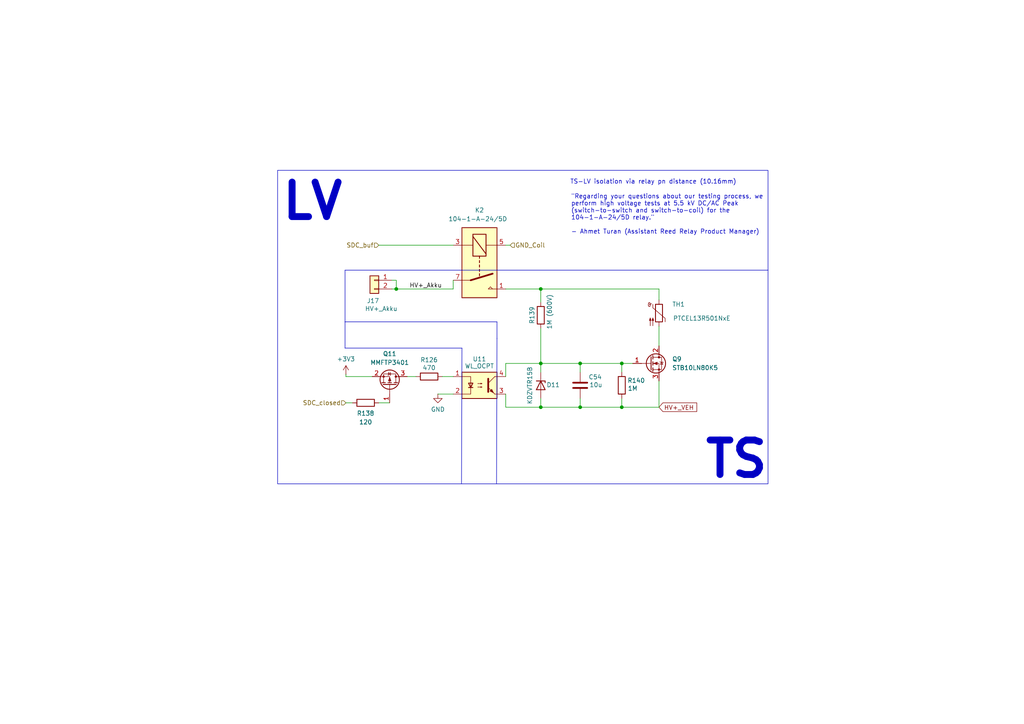
<source format=kicad_sch>
(kicad_sch
	(version 20231120)
	(generator "eeschema")
	(generator_version "8.0")
	(uuid "13e073e0-08f3-43ce-a5c5-b3a3660479c2")
	(paper "A4")
	(lib_symbols
		(symbol "Connector_Generic:Conn_01x02"
			(pin_names
				(offset 1.016) hide)
			(exclude_from_sim no)
			(in_bom yes)
			(on_board yes)
			(property "Reference" "J"
				(at 0 2.54 0)
				(effects
					(font
						(size 1.27 1.27)
					)
				)
			)
			(property "Value" "Conn_01x02"
				(at 0 -5.08 0)
				(effects
					(font
						(size 1.27 1.27)
					)
				)
			)
			(property "Footprint" ""
				(at 0 0 0)
				(effects
					(font
						(size 1.27 1.27)
					)
					(hide yes)
				)
			)
			(property "Datasheet" "~"
				(at 0 0 0)
				(effects
					(font
						(size 1.27 1.27)
					)
					(hide yes)
				)
			)
			(property "Description" "Generic connector, single row, 01x02, script generated (kicad-library-utils/schlib/autogen/connector/)"
				(at 0 0 0)
				(effects
					(font
						(size 1.27 1.27)
					)
					(hide yes)
				)
			)
			(property "ki_keywords" "connector"
				(at 0 0 0)
				(effects
					(font
						(size 1.27 1.27)
					)
					(hide yes)
				)
			)
			(property "ki_fp_filters" "Connector*:*_1x??_*"
				(at 0 0 0)
				(effects
					(font
						(size 1.27 1.27)
					)
					(hide yes)
				)
			)
			(symbol "Conn_01x02_1_1"
				(rectangle
					(start -1.27 -2.413)
					(end 0 -2.667)
					(stroke
						(width 0.1524)
						(type default)
					)
					(fill
						(type none)
					)
				)
				(rectangle
					(start -1.27 0.127)
					(end 0 -0.127)
					(stroke
						(width 0.1524)
						(type default)
					)
					(fill
						(type none)
					)
				)
				(rectangle
					(start -1.27 1.27)
					(end 1.27 -3.81)
					(stroke
						(width 0.254)
						(type default)
					)
					(fill
						(type background)
					)
				)
				(pin passive line
					(at -5.08 0 0)
					(length 3.81)
					(name "Pin_1"
						(effects
							(font
								(size 1.27 1.27)
							)
						)
					)
					(number "1"
						(effects
							(font
								(size 1.27 1.27)
							)
						)
					)
				)
				(pin passive line
					(at -5.08 -2.54 0)
					(length 3.81)
					(name "Pin_2"
						(effects
							(font
								(size 1.27 1.27)
							)
						)
					)
					(number "2"
						(effects
							(font
								(size 1.27 1.27)
							)
						)
					)
				)
			)
		)
		(symbol "Device:C"
			(pin_numbers hide)
			(pin_names
				(offset 0.254)
			)
			(exclude_from_sim no)
			(in_bom yes)
			(on_board yes)
			(property "Reference" "C"
				(at 0.635 2.54 0)
				(effects
					(font
						(size 1.27 1.27)
					)
					(justify left)
				)
			)
			(property "Value" "C"
				(at 0.635 -2.54 0)
				(effects
					(font
						(size 1.27 1.27)
					)
					(justify left)
				)
			)
			(property "Footprint" ""
				(at 0.9652 -3.81 0)
				(effects
					(font
						(size 1.27 1.27)
					)
					(hide yes)
				)
			)
			(property "Datasheet" "~"
				(at 0 0 0)
				(effects
					(font
						(size 1.27 1.27)
					)
					(hide yes)
				)
			)
			(property "Description" "Unpolarized capacitor"
				(at 0 0 0)
				(effects
					(font
						(size 1.27 1.27)
					)
					(hide yes)
				)
			)
			(property "ki_keywords" "cap capacitor"
				(at 0 0 0)
				(effects
					(font
						(size 1.27 1.27)
					)
					(hide yes)
				)
			)
			(property "ki_fp_filters" "C_*"
				(at 0 0 0)
				(effects
					(font
						(size 1.27 1.27)
					)
					(hide yes)
				)
			)
			(symbol "C_0_1"
				(polyline
					(pts
						(xy -2.032 -0.762) (xy 2.032 -0.762)
					)
					(stroke
						(width 0.508)
						(type default)
					)
					(fill
						(type none)
					)
				)
				(polyline
					(pts
						(xy -2.032 0.762) (xy 2.032 0.762)
					)
					(stroke
						(width 0.508)
						(type default)
					)
					(fill
						(type none)
					)
				)
			)
			(symbol "C_1_1"
				(pin passive line
					(at 0 3.81 270)
					(length 2.794)
					(name "~"
						(effects
							(font
								(size 1.27 1.27)
							)
						)
					)
					(number "1"
						(effects
							(font
								(size 1.27 1.27)
							)
						)
					)
				)
				(pin passive line
					(at 0 -3.81 90)
					(length 2.794)
					(name "~"
						(effects
							(font
								(size 1.27 1.27)
							)
						)
					)
					(number "2"
						(effects
							(font
								(size 1.27 1.27)
							)
						)
					)
				)
			)
		)
		(symbol "Device:D_Zener"
			(pin_numbers hide)
			(pin_names
				(offset 1.016) hide)
			(exclude_from_sim no)
			(in_bom yes)
			(on_board yes)
			(property "Reference" "D"
				(at 0 2.54 0)
				(effects
					(font
						(size 1.27 1.27)
					)
				)
			)
			(property "Value" "D_Zener"
				(at 0 -2.54 0)
				(effects
					(font
						(size 1.27 1.27)
					)
				)
			)
			(property "Footprint" ""
				(at 0 0 0)
				(effects
					(font
						(size 1.27 1.27)
					)
					(hide yes)
				)
			)
			(property "Datasheet" "~"
				(at 0 0 0)
				(effects
					(font
						(size 1.27 1.27)
					)
					(hide yes)
				)
			)
			(property "Description" "Zener diode"
				(at 0 0 0)
				(effects
					(font
						(size 1.27 1.27)
					)
					(hide yes)
				)
			)
			(property "ki_keywords" "diode"
				(at 0 0 0)
				(effects
					(font
						(size 1.27 1.27)
					)
					(hide yes)
				)
			)
			(property "ki_fp_filters" "TO-???* *_Diode_* *SingleDiode* D_*"
				(at 0 0 0)
				(effects
					(font
						(size 1.27 1.27)
					)
					(hide yes)
				)
			)
			(symbol "D_Zener_0_1"
				(polyline
					(pts
						(xy 1.27 0) (xy -1.27 0)
					)
					(stroke
						(width 0)
						(type default)
					)
					(fill
						(type none)
					)
				)
				(polyline
					(pts
						(xy -1.27 -1.27) (xy -1.27 1.27) (xy -0.762 1.27)
					)
					(stroke
						(width 0.254)
						(type default)
					)
					(fill
						(type none)
					)
				)
				(polyline
					(pts
						(xy 1.27 -1.27) (xy 1.27 1.27) (xy -1.27 0) (xy 1.27 -1.27)
					)
					(stroke
						(width 0.254)
						(type default)
					)
					(fill
						(type none)
					)
				)
			)
			(symbol "D_Zener_1_1"
				(pin passive line
					(at -3.81 0 0)
					(length 2.54)
					(name "K"
						(effects
							(font
								(size 1.27 1.27)
							)
						)
					)
					(number "1"
						(effects
							(font
								(size 1.27 1.27)
							)
						)
					)
				)
				(pin passive line
					(at 3.81 0 180)
					(length 2.54)
					(name "A"
						(effects
							(font
								(size 1.27 1.27)
							)
						)
					)
					(number "2"
						(effects
							(font
								(size 1.27 1.27)
							)
						)
					)
				)
			)
		)
		(symbol "Device:Q_PMOS_GSD"
			(pin_names
				(offset 0) hide)
			(exclude_from_sim no)
			(in_bom yes)
			(on_board yes)
			(property "Reference" "Q"
				(at 5.08 1.27 0)
				(effects
					(font
						(size 1.27 1.27)
					)
					(justify left)
				)
			)
			(property "Value" "Q_PMOS_GSD"
				(at 5.08 -1.27 0)
				(effects
					(font
						(size 1.27 1.27)
					)
					(justify left)
				)
			)
			(property "Footprint" ""
				(at 5.08 2.54 0)
				(effects
					(font
						(size 1.27 1.27)
					)
					(hide yes)
				)
			)
			(property "Datasheet" "~"
				(at 0 0 0)
				(effects
					(font
						(size 1.27 1.27)
					)
					(hide yes)
				)
			)
			(property "Description" "P-MOSFET transistor, gate/source/drain"
				(at 0 0 0)
				(effects
					(font
						(size 1.27 1.27)
					)
					(hide yes)
				)
			)
			(property "ki_keywords" "transistor PMOS P-MOS P-MOSFET"
				(at 0 0 0)
				(effects
					(font
						(size 1.27 1.27)
					)
					(hide yes)
				)
			)
			(symbol "Q_PMOS_GSD_0_1"
				(polyline
					(pts
						(xy 0.254 0) (xy -2.54 0)
					)
					(stroke
						(width 0)
						(type default)
					)
					(fill
						(type none)
					)
				)
				(polyline
					(pts
						(xy 0.254 1.905) (xy 0.254 -1.905)
					)
					(stroke
						(width 0.254)
						(type default)
					)
					(fill
						(type none)
					)
				)
				(polyline
					(pts
						(xy 0.762 -1.27) (xy 0.762 -2.286)
					)
					(stroke
						(width 0.254)
						(type default)
					)
					(fill
						(type none)
					)
				)
				(polyline
					(pts
						(xy 0.762 0.508) (xy 0.762 -0.508)
					)
					(stroke
						(width 0.254)
						(type default)
					)
					(fill
						(type none)
					)
				)
				(polyline
					(pts
						(xy 0.762 2.286) (xy 0.762 1.27)
					)
					(stroke
						(width 0.254)
						(type default)
					)
					(fill
						(type none)
					)
				)
				(polyline
					(pts
						(xy 2.54 2.54) (xy 2.54 1.778)
					)
					(stroke
						(width 0)
						(type default)
					)
					(fill
						(type none)
					)
				)
				(polyline
					(pts
						(xy 2.54 -2.54) (xy 2.54 0) (xy 0.762 0)
					)
					(stroke
						(width 0)
						(type default)
					)
					(fill
						(type none)
					)
				)
				(polyline
					(pts
						(xy 0.762 1.778) (xy 3.302 1.778) (xy 3.302 -1.778) (xy 0.762 -1.778)
					)
					(stroke
						(width 0)
						(type default)
					)
					(fill
						(type none)
					)
				)
				(polyline
					(pts
						(xy 2.286 0) (xy 1.27 0.381) (xy 1.27 -0.381) (xy 2.286 0)
					)
					(stroke
						(width 0)
						(type default)
					)
					(fill
						(type outline)
					)
				)
				(polyline
					(pts
						(xy 2.794 -0.508) (xy 2.921 -0.381) (xy 3.683 -0.381) (xy 3.81 -0.254)
					)
					(stroke
						(width 0)
						(type default)
					)
					(fill
						(type none)
					)
				)
				(polyline
					(pts
						(xy 3.302 -0.381) (xy 2.921 0.254) (xy 3.683 0.254) (xy 3.302 -0.381)
					)
					(stroke
						(width 0)
						(type default)
					)
					(fill
						(type none)
					)
				)
				(circle
					(center 1.651 0)
					(radius 2.794)
					(stroke
						(width 0.254)
						(type default)
					)
					(fill
						(type none)
					)
				)
				(circle
					(center 2.54 -1.778)
					(radius 0.254)
					(stroke
						(width 0)
						(type default)
					)
					(fill
						(type outline)
					)
				)
				(circle
					(center 2.54 1.778)
					(radius 0.254)
					(stroke
						(width 0)
						(type default)
					)
					(fill
						(type outline)
					)
				)
			)
			(symbol "Q_PMOS_GSD_1_1"
				(pin input line
					(at -5.08 0 0)
					(length 2.54)
					(name "G"
						(effects
							(font
								(size 1.27 1.27)
							)
						)
					)
					(number "1"
						(effects
							(font
								(size 1.27 1.27)
							)
						)
					)
				)
				(pin passive line
					(at 2.54 -5.08 90)
					(length 2.54)
					(name "S"
						(effects
							(font
								(size 1.27 1.27)
							)
						)
					)
					(number "2"
						(effects
							(font
								(size 1.27 1.27)
							)
						)
					)
				)
				(pin passive line
					(at 2.54 5.08 270)
					(length 2.54)
					(name "D"
						(effects
							(font
								(size 1.27 1.27)
							)
						)
					)
					(number "3"
						(effects
							(font
								(size 1.27 1.27)
							)
						)
					)
				)
			)
		)
		(symbol "Device:R"
			(pin_numbers hide)
			(pin_names
				(offset 0)
			)
			(exclude_from_sim no)
			(in_bom yes)
			(on_board yes)
			(property "Reference" "R"
				(at 2.032 0 90)
				(effects
					(font
						(size 1.27 1.27)
					)
				)
			)
			(property "Value" "R"
				(at 0 0 90)
				(effects
					(font
						(size 1.27 1.27)
					)
				)
			)
			(property "Footprint" ""
				(at -1.778 0 90)
				(effects
					(font
						(size 1.27 1.27)
					)
					(hide yes)
				)
			)
			(property "Datasheet" "~"
				(at 0 0 0)
				(effects
					(font
						(size 1.27 1.27)
					)
					(hide yes)
				)
			)
			(property "Description" "Resistor"
				(at 0 0 0)
				(effects
					(font
						(size 1.27 1.27)
					)
					(hide yes)
				)
			)
			(property "ki_keywords" "R res resistor"
				(at 0 0 0)
				(effects
					(font
						(size 1.27 1.27)
					)
					(hide yes)
				)
			)
			(property "ki_fp_filters" "R_*"
				(at 0 0 0)
				(effects
					(font
						(size 1.27 1.27)
					)
					(hide yes)
				)
			)
			(symbol "R_0_1"
				(rectangle
					(start -1.016 -2.54)
					(end 1.016 2.54)
					(stroke
						(width 0.254)
						(type default)
					)
					(fill
						(type none)
					)
				)
			)
			(symbol "R_1_1"
				(pin passive line
					(at 0 3.81 270)
					(length 1.27)
					(name "~"
						(effects
							(font
								(size 1.27 1.27)
							)
						)
					)
					(number "1"
						(effects
							(font
								(size 1.27 1.27)
							)
						)
					)
				)
				(pin passive line
					(at 0 -3.81 90)
					(length 1.27)
					(name "~"
						(effects
							(font
								(size 1.27 1.27)
							)
						)
					)
					(number "2"
						(effects
							(font
								(size 1.27 1.27)
							)
						)
					)
				)
			)
		)
		(symbol "Device:Thermistor_PTC"
			(pin_numbers hide)
			(pin_names
				(offset 0)
			)
			(exclude_from_sim no)
			(in_bom yes)
			(on_board yes)
			(property "Reference" "TH"
				(at -4.064 0 90)
				(effects
					(font
						(size 1.27 1.27)
					)
				)
			)
			(property "Value" "Thermistor_PTC"
				(at 3.048 0 90)
				(effects
					(font
						(size 1.27 1.27)
					)
				)
			)
			(property "Footprint" ""
				(at 1.27 -5.08 0)
				(effects
					(font
						(size 1.27 1.27)
					)
					(justify left)
					(hide yes)
				)
			)
			(property "Datasheet" "~"
				(at 0 0 0)
				(effects
					(font
						(size 1.27 1.27)
					)
					(hide yes)
				)
			)
			(property "Description" "Temperature dependent resistor, positive temperature coefficient"
				(at 0 0 0)
				(effects
					(font
						(size 1.27 1.27)
					)
					(hide yes)
				)
			)
			(property "ki_keywords" "resistor PTC thermistor sensor RTD"
				(at 0 0 0)
				(effects
					(font
						(size 1.27 1.27)
					)
					(hide yes)
				)
			)
			(property "ki_fp_filters" "*PTC* *Thermistor* PIN?ARRAY* bornier* *Terminal?Block* R_*"
				(at 0 0 0)
				(effects
					(font
						(size 1.27 1.27)
					)
					(hide yes)
				)
			)
			(symbol "Thermistor_PTC_0_1"
				(arc
					(start -3.048 2.159)
					(mid -3.0495 2.3143)
					(end -3.175 2.413)
					(stroke
						(width 0)
						(type default)
					)
					(fill
						(type none)
					)
				)
				(arc
					(start -3.048 2.159)
					(mid -2.9736 1.9794)
					(end -2.794 1.905)
					(stroke
						(width 0)
						(type default)
					)
					(fill
						(type none)
					)
				)
				(arc
					(start -3.048 2.794)
					(mid -2.9736 2.6144)
					(end -2.794 2.54)
					(stroke
						(width 0)
						(type default)
					)
					(fill
						(type none)
					)
				)
				(arc
					(start -2.794 1.905)
					(mid -2.6144 1.9794)
					(end -2.54 2.159)
					(stroke
						(width 0)
						(type default)
					)
					(fill
						(type none)
					)
				)
				(arc
					(start -2.794 2.54)
					(mid -2.4393 2.5587)
					(end -2.159 2.794)
					(stroke
						(width 0)
						(type default)
					)
					(fill
						(type none)
					)
				)
				(arc
					(start -2.794 3.048)
					(mid -2.9736 2.9736)
					(end -3.048 2.794)
					(stroke
						(width 0)
						(type default)
					)
					(fill
						(type none)
					)
				)
				(arc
					(start -2.54 2.794)
					(mid -2.6144 2.9736)
					(end -2.794 3.048)
					(stroke
						(width 0)
						(type default)
					)
					(fill
						(type none)
					)
				)
				(rectangle
					(start -1.016 2.54)
					(end 1.016 -2.54)
					(stroke
						(width 0.254)
						(type default)
					)
					(fill
						(type none)
					)
				)
				(polyline
					(pts
						(xy -2.54 2.159) (xy -2.54 2.794)
					)
					(stroke
						(width 0)
						(type default)
					)
					(fill
						(type none)
					)
				)
				(polyline
					(pts
						(xy -1.778 2.54) (xy -1.778 1.524) (xy 1.778 -1.524) (xy 1.778 -2.54)
					)
					(stroke
						(width 0)
						(type default)
					)
					(fill
						(type none)
					)
				)
				(polyline
					(pts
						(xy -2.54 -3.683) (xy -2.54 -1.397) (xy -2.794 -2.159) (xy -2.286 -2.159) (xy -2.54 -1.397) (xy -2.54 -1.651)
					)
					(stroke
						(width 0)
						(type default)
					)
					(fill
						(type outline)
					)
				)
				(polyline
					(pts
						(xy -1.778 -3.683) (xy -1.778 -1.397) (xy -2.032 -2.159) (xy -1.524 -2.159) (xy -1.778 -1.397)
						(xy -1.778 -1.651)
					)
					(stroke
						(width 0)
						(type default)
					)
					(fill
						(type outline)
					)
				)
			)
			(symbol "Thermistor_PTC_1_1"
				(pin passive line
					(at 0 3.81 270)
					(length 1.27)
					(name "~"
						(effects
							(font
								(size 1.27 1.27)
							)
						)
					)
					(number "1"
						(effects
							(font
								(size 1.27 1.27)
							)
						)
					)
				)
				(pin passive line
					(at 0 -3.81 90)
					(length 1.27)
					(name "~"
						(effects
							(font
								(size 1.27 1.27)
							)
						)
					)
					(number "2"
						(effects
							(font
								(size 1.27 1.27)
							)
						)
					)
				)
			)
		)
		(symbol "Isolator:FODM217A"
			(exclude_from_sim no)
			(in_bom yes)
			(on_board yes)
			(property "Reference" "U4"
				(at 1.27 7.62 0)
				(effects
					(font
						(size 1.27 1.27)
					)
				)
			)
			(property "Value" "WL_OCDA"
				(at 1.27 5.588 0)
				(effects
					(font
						(size 1.27 1.27)
					)
				)
			)
			(property "Footprint" "Package_SO:SOP-4_4.4x2.6mm_P1.27mm"
				(at 0 -5.08 0)
				(effects
					(font
						(size 1.27 1.27)
						(italic yes)
					)
					(hide yes)
				)
			)
			(property "Datasheet" ""
				(at 0 0 0)
				(effects
					(font
						(size 1.27 1.27)
					)
					(justify left)
					(hide yes)
				)
			)
			(property "Description" "141352145000"
				(at 0 0 0)
				(effects
					(font
						(size 1.27 1.27)
					)
					(hide yes)
				)
			)
			(property "ki_keywords" "DC Phototransistor Optocoupler"
				(at 0 0 0)
				(effects
					(font
						(size 1.27 1.27)
					)
					(hide yes)
				)
			)
			(property "ki_fp_filters" "SOP*4.4x2.6mm*P1.27mm*"
				(at 0 0 0)
				(effects
					(font
						(size 1.27 1.27)
					)
					(hide yes)
				)
			)
			(symbol "FODM217A_0_1"
				(rectangle
					(start -5.08 3.81)
					(end 5.08 -3.81)
					(stroke
						(width 0.254)
						(type default)
					)
					(fill
						(type background)
					)
				)
				(polyline
					(pts
						(xy -3.175 -0.635) (xy -1.905 -0.635)
					)
					(stroke
						(width 0.254)
						(type default)
					)
					(fill
						(type none)
					)
				)
				(polyline
					(pts
						(xy 2.54 0.635) (xy 4.445 2.54)
					)
					(stroke
						(width 0)
						(type default)
					)
					(fill
						(type none)
					)
				)
				(polyline
					(pts
						(xy 4.445 -2.54) (xy 2.54 -0.635)
					)
					(stroke
						(width 0)
						(type default)
					)
					(fill
						(type outline)
					)
				)
				(polyline
					(pts
						(xy 4.445 -2.54) (xy 5.08 -2.54)
					)
					(stroke
						(width 0)
						(type default)
					)
					(fill
						(type none)
					)
				)
				(polyline
					(pts
						(xy 4.445 2.54) (xy 5.08 2.54)
					)
					(stroke
						(width 0)
						(type default)
					)
					(fill
						(type none)
					)
				)
				(polyline
					(pts
						(xy -5.08 2.54) (xy -2.54 2.54) (xy -2.54 -0.635)
					)
					(stroke
						(width 0)
						(type default)
					)
					(fill
						(type none)
					)
				)
				(polyline
					(pts
						(xy -2.54 -0.635) (xy -2.54 -2.54) (xy -5.08 -2.54)
					)
					(stroke
						(width 0)
						(type default)
					)
					(fill
						(type none)
					)
				)
				(polyline
					(pts
						(xy 2.54 1.905) (xy 2.54 -1.905) (xy 2.54 -1.905)
					)
					(stroke
						(width 0.508)
						(type default)
					)
					(fill
						(type none)
					)
				)
				(polyline
					(pts
						(xy -2.54 -0.635) (xy -3.175 0.635) (xy -1.905 0.635) (xy -2.54 -0.635)
					)
					(stroke
						(width 0.254)
						(type default)
					)
					(fill
						(type none)
					)
				)
				(polyline
					(pts
						(xy -0.508 -0.508) (xy 0.762 -0.508) (xy 0.381 -0.635) (xy 0.381 -0.381) (xy 0.762 -0.508)
					)
					(stroke
						(width 0)
						(type default)
					)
					(fill
						(type none)
					)
				)
				(polyline
					(pts
						(xy -0.508 0.508) (xy 0.762 0.508) (xy 0.381 0.381) (xy 0.381 0.635) (xy 0.762 0.508)
					)
					(stroke
						(width 0)
						(type default)
					)
					(fill
						(type none)
					)
				)
				(polyline
					(pts
						(xy 3.048 -1.651) (xy 3.556 -1.143) (xy 4.064 -2.159) (xy 3.048 -1.651) (xy 3.048 -1.651)
					)
					(stroke
						(width 0)
						(type default)
					)
					(fill
						(type outline)
					)
				)
			)
			(symbol "FODM217A_1_1"
				(pin passive line
					(at -7.62 2.54 0)
					(length 2.54)
					(name "~"
						(effects
							(font
								(size 1.27 1.27)
							)
						)
					)
					(number "1"
						(effects
							(font
								(size 1.27 1.27)
							)
						)
					)
				)
				(pin passive line
					(at -7.62 -2.54 0)
					(length 2.54)
					(name "~"
						(effects
							(font
								(size 1.27 1.27)
							)
						)
					)
					(number "2"
						(effects
							(font
								(size 1.27 1.27)
							)
						)
					)
				)
				(pin passive line
					(at 7.62 -2.54 180)
					(length 2.54)
					(name "~"
						(effects
							(font
								(size 1.27 1.27)
							)
						)
					)
					(number "3"
						(effects
							(font
								(size 1.27 1.27)
							)
						)
					)
				)
				(pin passive line
					(at 7.62 2.54 180)
					(length 2.54)
					(name "~"
						(effects
							(font
								(size 1.27 1.27)
							)
						)
					)
					(number "4"
						(effects
							(font
								(size 1.27 1.27)
							)
						)
					)
				)
			)
		)
		(symbol "Relay:Relay_SPST-NO"
			(exclude_from_sim no)
			(in_bom yes)
			(on_board yes)
			(property "Reference" "K2"
				(at -15.24 0 90)
				(effects
					(font
						(size 1.27 1.27)
					)
				)
			)
			(property "Value" "104-2-A-24/1D "
				(at -12.7 0 90)
				(effects
					(font
						(size 1.27 1.27)
					)
				)
			)
			(property "Footprint" "104-2-A-24_1D:1042A122D"
				(at 11.43 -1.27 0)
				(effects
					(font
						(size 1.27 1.27)
					)
					(justify left)
					(hide yes)
				)
			)
			(property "Datasheet" "https://www.pickeringrelay.com/pdfs/104-high-voltage-sil-reed-relays.pdf"
				(at 0 0 0)
				(effects
					(font
						(size 1.27 1.27)
					)
					(hide yes)
				)
			)
			(property "Description" "Relay SPST, Normally Open, EN50005"
				(at 0 0 0)
				(effects
					(font
						(size 1.27 1.27)
					)
					(hide yes)
				)
			)
			(property "ki_keywords" "Single Pole Relay SPST NO"
				(at 0 0 0)
				(effects
					(font
						(size 1.27 1.27)
					)
					(hide yes)
				)
			)
			(property "ki_fp_filters" "Relay?SPST*"
				(at 0 0 0)
				(effects
					(font
						(size 1.27 1.27)
					)
					(hide yes)
				)
			)
			(symbol "Relay_SPST-NO_0_0"
				(polyline
					(pts
						(xy 7.62 5.08) (xy 7.62 2.54) (xy 6.985 3.175) (xy 7.62 3.81)
					)
					(stroke
						(width 0)
						(type default)
					)
					(fill
						(type none)
					)
				)
			)
			(symbol "Relay_SPST-NO_0_1"
				(rectangle
					(start -10.16 5.08)
					(end 10.16 -5.08)
					(stroke
						(width 0.254)
						(type default)
					)
					(fill
						(type background)
					)
				)
				(rectangle
					(start -8.255 1.905)
					(end -1.905 -1.905)
					(stroke
						(width 0.254)
						(type default)
					)
					(fill
						(type none)
					)
				)
				(polyline
					(pts
						(xy -7.62 -1.905) (xy -2.54 1.905)
					)
					(stroke
						(width 0.254)
						(type default)
					)
					(fill
						(type none)
					)
				)
				(polyline
					(pts
						(xy -5.08 -5.08) (xy -5.08 -1.905)
					)
					(stroke
						(width 0)
						(type default)
					)
					(fill
						(type none)
					)
				)
				(polyline
					(pts
						(xy -5.08 5.08) (xy -5.08 1.905)
					)
					(stroke
						(width 0)
						(type default)
					)
					(fill
						(type none)
					)
				)
				(polyline
					(pts
						(xy -1.905 0) (xy -1.27 0)
					)
					(stroke
						(width 0.254)
						(type default)
					)
					(fill
						(type none)
					)
				)
				(polyline
					(pts
						(xy -0.635 0) (xy 0 0)
					)
					(stroke
						(width 0.254)
						(type default)
					)
					(fill
						(type none)
					)
				)
				(polyline
					(pts
						(xy 0.635 0) (xy 1.27 0)
					)
					(stroke
						(width 0.254)
						(type default)
					)
					(fill
						(type none)
					)
				)
				(polyline
					(pts
						(xy 1.905 0) (xy 2.54 0)
					)
					(stroke
						(width 0.254)
						(type default)
					)
					(fill
						(type none)
					)
				)
				(polyline
					(pts
						(xy 3.175 0) (xy 3.81 0)
					)
					(stroke
						(width 0.254)
						(type default)
					)
					(fill
						(type none)
					)
				)
				(polyline
					(pts
						(xy 5.08 -2.54) (xy 3.175 3.81)
					)
					(stroke
						(width 0.508)
						(type default)
					)
					(fill
						(type none)
					)
				)
				(polyline
					(pts
						(xy 5.08 -2.54) (xy 5.08 -5.08)
					)
					(stroke
						(width 0)
						(type default)
					)
					(fill
						(type none)
					)
				)
			)
			(symbol "Relay_SPST-NO_1_1"
				(pin passive line
					(at 7.62 7.62 270)
					(length 2.54)
					(name "~"
						(effects
							(font
								(size 1.27 1.27)
							)
						)
					)
					(number "1"
						(effects
							(font
								(size 1.27 1.27)
							)
						)
					)
				)
				(pin passive line
					(at -5.08 -7.62 90)
					(length 2.54)
					(name "~"
						(effects
							(font
								(size 1.27 1.27)
							)
						)
					)
					(number "3"
						(effects
							(font
								(size 1.27 1.27)
							)
						)
					)
				)
				(pin passive line
					(at -5.08 7.62 270)
					(length 2.54)
					(name "~"
						(effects
							(font
								(size 1.27 1.27)
							)
						)
					)
					(number "5"
						(effects
							(font
								(size 1.27 1.27)
							)
						)
					)
				)
				(pin passive line
					(at 5.08 -7.62 90)
					(length 2.54)
					(name "~"
						(effects
							(font
								(size 1.27 1.27)
							)
						)
					)
					(number "7"
						(effects
							(font
								(size 1.27 1.27)
							)
						)
					)
				)
			)
		)
		(symbol "Transistor_FET:STB15N80K5"
			(pin_names hide)
			(exclude_from_sim no)
			(in_bom yes)
			(on_board yes)
			(property "Reference" "Q"
				(at 5.08 1.905 0)
				(effects
					(font
						(size 1.27 1.27)
					)
					(justify left)
				)
			)
			(property "Value" "STB15N80K5"
				(at 5.08 0 0)
				(effects
					(font
						(size 1.27 1.27)
					)
					(justify left)
				)
			)
			(property "Footprint" "Package_TO_SOT_SMD:TO-263-2"
				(at 5.08 -1.905 0)
				(effects
					(font
						(size 1.27 1.27)
						(italic yes)
					)
					(justify left)
					(hide yes)
				)
			)
			(property "Datasheet" "https://www.st.com/resource/en/datasheet/stb15n80k5.pdf"
				(at 5.08 -3.81 0)
				(effects
					(font
						(size 1.27 1.27)
					)
					(justify left)
					(hide yes)
				)
			)
			(property "Description" "14A Id, 800V Vds, N-Channel MOSFET, 375mOhm Ron, D2PAK"
				(at 0 0 0)
				(effects
					(font
						(size 1.27 1.27)
					)
					(hide yes)
				)
			)
			(property "ki_keywords" "N-Channel MOSFET"
				(at 0 0 0)
				(effects
					(font
						(size 1.27 1.27)
					)
					(hide yes)
				)
			)
			(property "ki_fp_filters" "TO?263*"
				(at 0 0 0)
				(effects
					(font
						(size 1.27 1.27)
					)
					(hide yes)
				)
			)
			(symbol "STB15N80K5_0_1"
				(polyline
					(pts
						(xy 0.254 0) (xy -2.54 0)
					)
					(stroke
						(width 0)
						(type default)
					)
					(fill
						(type none)
					)
				)
				(polyline
					(pts
						(xy 0.254 1.905) (xy 0.254 -1.905)
					)
					(stroke
						(width 0.254)
						(type default)
					)
					(fill
						(type none)
					)
				)
				(polyline
					(pts
						(xy 0.762 -1.27) (xy 0.762 -2.286)
					)
					(stroke
						(width 0.254)
						(type default)
					)
					(fill
						(type none)
					)
				)
				(polyline
					(pts
						(xy 0.762 0.508) (xy 0.762 -0.508)
					)
					(stroke
						(width 0.254)
						(type default)
					)
					(fill
						(type none)
					)
				)
				(polyline
					(pts
						(xy 0.762 2.286) (xy 0.762 1.27)
					)
					(stroke
						(width 0.254)
						(type default)
					)
					(fill
						(type none)
					)
				)
				(polyline
					(pts
						(xy 2.54 2.54) (xy 2.54 1.778)
					)
					(stroke
						(width 0)
						(type default)
					)
					(fill
						(type none)
					)
				)
				(polyline
					(pts
						(xy 2.54 -2.54) (xy 2.54 0) (xy 0.762 0)
					)
					(stroke
						(width 0)
						(type default)
					)
					(fill
						(type none)
					)
				)
				(polyline
					(pts
						(xy 0.762 -1.778) (xy 3.302 -1.778) (xy 3.302 1.778) (xy 0.762 1.778)
					)
					(stroke
						(width 0)
						(type default)
					)
					(fill
						(type none)
					)
				)
				(polyline
					(pts
						(xy 1.016 0) (xy 2.032 0.381) (xy 2.032 -0.381) (xy 1.016 0)
					)
					(stroke
						(width 0)
						(type default)
					)
					(fill
						(type outline)
					)
				)
				(polyline
					(pts
						(xy 2.794 0.508) (xy 2.921 0.381) (xy 3.683 0.381) (xy 3.81 0.254)
					)
					(stroke
						(width 0)
						(type default)
					)
					(fill
						(type none)
					)
				)
				(polyline
					(pts
						(xy 3.302 0.381) (xy 2.921 -0.254) (xy 3.683 -0.254) (xy 3.302 0.381)
					)
					(stroke
						(width 0)
						(type default)
					)
					(fill
						(type none)
					)
				)
				(circle
					(center 1.651 0)
					(radius 2.794)
					(stroke
						(width 0.254)
						(type default)
					)
					(fill
						(type none)
					)
				)
				(circle
					(center 2.54 -1.778)
					(radius 0.254)
					(stroke
						(width 0)
						(type default)
					)
					(fill
						(type outline)
					)
				)
				(circle
					(center 2.54 1.778)
					(radius 0.254)
					(stroke
						(width 0)
						(type default)
					)
					(fill
						(type outline)
					)
				)
			)
			(symbol "STB15N80K5_1_1"
				(pin passive line
					(at -5.08 0 0)
					(length 2.54)
					(name "G"
						(effects
							(font
								(size 1.27 1.27)
							)
						)
					)
					(number "1"
						(effects
							(font
								(size 1.27 1.27)
							)
						)
					)
				)
				(pin passive line
					(at 2.54 5.08 270)
					(length 2.54)
					(name "D"
						(effects
							(font
								(size 1.27 1.27)
							)
						)
					)
					(number "2"
						(effects
							(font
								(size 1.27 1.27)
							)
						)
					)
				)
				(pin passive line
					(at 2.54 -5.08 90)
					(length 2.54)
					(name "S"
						(effects
							(font
								(size 1.27 1.27)
							)
						)
					)
					(number "3"
						(effects
							(font
								(size 1.27 1.27)
							)
						)
					)
				)
			)
		)
		(symbol "power:+3V3"
			(power)
			(pin_numbers hide)
			(pin_names
				(offset 0) hide)
			(exclude_from_sim no)
			(in_bom yes)
			(on_board yes)
			(property "Reference" "#PWR"
				(at 0 -3.81 0)
				(effects
					(font
						(size 1.27 1.27)
					)
					(hide yes)
				)
			)
			(property "Value" "+3V3"
				(at 0 3.556 0)
				(effects
					(font
						(size 1.27 1.27)
					)
				)
			)
			(property "Footprint" ""
				(at 0 0 0)
				(effects
					(font
						(size 1.27 1.27)
					)
					(hide yes)
				)
			)
			(property "Datasheet" ""
				(at 0 0 0)
				(effects
					(font
						(size 1.27 1.27)
					)
					(hide yes)
				)
			)
			(property "Description" "Power symbol creates a global label with name \"+3V3\""
				(at 0 0 0)
				(effects
					(font
						(size 1.27 1.27)
					)
					(hide yes)
				)
			)
			(property "ki_keywords" "global power"
				(at 0 0 0)
				(effects
					(font
						(size 1.27 1.27)
					)
					(hide yes)
				)
			)
			(symbol "+3V3_0_1"
				(polyline
					(pts
						(xy -0.762 1.27) (xy 0 2.54)
					)
					(stroke
						(width 0)
						(type default)
					)
					(fill
						(type none)
					)
				)
				(polyline
					(pts
						(xy 0 0) (xy 0 2.54)
					)
					(stroke
						(width 0)
						(type default)
					)
					(fill
						(type none)
					)
				)
				(polyline
					(pts
						(xy 0 2.54) (xy 0.762 1.27)
					)
					(stroke
						(width 0)
						(type default)
					)
					(fill
						(type none)
					)
				)
			)
			(symbol "+3V3_1_1"
				(pin power_in line
					(at 0 0 90)
					(length 0)
					(name "~"
						(effects
							(font
								(size 1.27 1.27)
							)
						)
					)
					(number "1"
						(effects
							(font
								(size 1.27 1.27)
							)
						)
					)
				)
			)
		)
		(symbol "power:GND"
			(power)
			(pin_numbers hide)
			(pin_names
				(offset 0) hide)
			(exclude_from_sim no)
			(in_bom yes)
			(on_board yes)
			(property "Reference" "#PWR"
				(at 0 -6.35 0)
				(effects
					(font
						(size 1.27 1.27)
					)
					(hide yes)
				)
			)
			(property "Value" "GND"
				(at 0 -3.81 0)
				(effects
					(font
						(size 1.27 1.27)
					)
				)
			)
			(property "Footprint" ""
				(at 0 0 0)
				(effects
					(font
						(size 1.27 1.27)
					)
					(hide yes)
				)
			)
			(property "Datasheet" ""
				(at 0 0 0)
				(effects
					(font
						(size 1.27 1.27)
					)
					(hide yes)
				)
			)
			(property "Description" "Power symbol creates a global label with name \"GND\" , ground"
				(at 0 0 0)
				(effects
					(font
						(size 1.27 1.27)
					)
					(hide yes)
				)
			)
			(property "ki_keywords" "global power"
				(at 0 0 0)
				(effects
					(font
						(size 1.27 1.27)
					)
					(hide yes)
				)
			)
			(symbol "GND_0_1"
				(polyline
					(pts
						(xy 0 0) (xy 0 -1.27) (xy 1.27 -1.27) (xy 0 -2.54) (xy -1.27 -1.27) (xy 0 -1.27)
					)
					(stroke
						(width 0)
						(type default)
					)
					(fill
						(type none)
					)
				)
			)
			(symbol "GND_1_1"
				(pin power_in line
					(at 0 0 270)
					(length 0)
					(name "~"
						(effects
							(font
								(size 1.27 1.27)
							)
						)
					)
					(number "1"
						(effects
							(font
								(size 1.27 1.27)
							)
						)
					)
				)
			)
		)
	)
	(junction
		(at 180.34 118.11)
		(diameter 0)
		(color 0 0 0 0)
		(uuid "3dbcd1f7-cab8-4b17-b9b1-292d82bbd200")
	)
	(junction
		(at 156.845 118.11)
		(diameter 0)
		(color 0 0 0 0)
		(uuid "46531e1a-bdd5-41a7-8f23-684e19d65934")
	)
	(junction
		(at 114.935 83.82)
		(diameter 0)
		(color 0 0 0 0)
		(uuid "69126a6c-e8f2-4642-8ec4-253f40d4767e")
	)
	(junction
		(at 156.845 105.41)
		(diameter 0)
		(color 0 0 0 0)
		(uuid "8a3ade5b-770f-4493-9fd9-a08b40e0beab")
	)
	(junction
		(at 168.275 105.41)
		(diameter 0)
		(color 0 0 0 0)
		(uuid "91744895-41af-4831-b47d-b4b860b19d65")
	)
	(junction
		(at 180.34 105.41)
		(diameter 0)
		(color 0 0 0 0)
		(uuid "9f696f8c-4a1b-4fa2-bcfb-3d8ab899a9dc")
	)
	(junction
		(at 156.845 83.82)
		(diameter 0)
		(color 0 0 0 0)
		(uuid "a5fcc108-7dc8-4be1-9b6d-f2f3c2c67209")
	)
	(junction
		(at 168.275 118.11)
		(diameter 0)
		(color 0 0 0 0)
		(uuid "aa11f6ca-e8c8-4758-99cd-70230615c32f")
	)
	(wire
		(pts
			(xy 191.135 94.615) (xy 191.135 100.33)
		)
		(stroke
			(width 0)
			(type default)
		)
		(uuid "0aee1144-2e02-44b4-96c5-8dffa94d6bd9")
	)
	(wire
		(pts
			(xy 114.935 83.82) (xy 131.445 83.82)
		)
		(stroke
			(width 0)
			(type default)
		)
		(uuid "0c0d2e09-8716-4761-9d55-4fa087676277")
	)
	(wire
		(pts
			(xy 168.275 118.11) (xy 180.34 118.11)
		)
		(stroke
			(width 0)
			(type default)
		)
		(uuid "11cd3966-2715-4663-8e83-e0f4ab2fbd53")
	)
	(wire
		(pts
			(xy 168.275 105.41) (xy 180.34 105.41)
		)
		(stroke
			(width 0)
			(type default)
		)
		(uuid "188a7d13-480a-4bf3-b53c-806c85da4d84")
	)
	(wire
		(pts
			(xy 114.935 81.28) (xy 114.935 83.82)
		)
		(stroke
			(width 0)
			(type default)
		)
		(uuid "23dc4324-5ceb-4b81-8666-ce60ce4e4852")
	)
	(wire
		(pts
			(xy 168.275 105.41) (xy 168.275 107.95)
		)
		(stroke
			(width 0)
			(type default)
		)
		(uuid "2df9f9ee-1255-4532-b37d-057fba8f308c")
	)
	(polyline
		(pts
			(xy 100.076 93.345) (xy 144.145 93.345)
		)
		(stroke
			(width 0)
			(type default)
		)
		(uuid "321acafe-3573-4299-8869-ed89606ad628")
	)
	(wire
		(pts
			(xy 180.34 105.41) (xy 180.34 107.95)
		)
		(stroke
			(width 0)
			(type default)
		)
		(uuid "38f200ac-dcb1-45e1-87fc-4de3de0c48fd")
	)
	(wire
		(pts
			(xy 156.845 83.82) (xy 191.135 83.82)
		)
		(stroke
			(width 0)
			(type default)
		)
		(uuid "3df13b28-3e20-47d9-88da-ef18b2b18b64")
	)
	(polyline
		(pts
			(xy 144.145 93.345) (xy 144.145 98.171)
		)
		(stroke
			(width 0)
			(type default)
		)
		(uuid "45402191-42fa-4634-b74c-9c15fccaffe9")
	)
	(wire
		(pts
			(xy 146.685 83.82) (xy 156.845 83.82)
		)
		(stroke
			(width 0)
			(type default)
		)
		(uuid "47883bfe-b59a-480c-b612-adbae2070ec5")
	)
	(polyline
		(pts
			(xy 133.985 100.965) (xy 133.858 140.335)
		)
		(stroke
			(width 0)
			(type default)
		)
		(uuid "4bbac1db-540d-4610-ac88-665ebd88af5f")
	)
	(wire
		(pts
			(xy 100.33 109.22) (xy 107.95 109.22)
		)
		(stroke
			(width 0)
			(type default)
		)
		(uuid "4e2567a5-e12e-46ad-b4eb-c75fc2843216")
	)
	(polyline
		(pts
			(xy 100.076 78.359) (xy 222.758 78.359)
		)
		(stroke
			(width 0)
			(type default)
		)
		(uuid "5f95c404-bf5b-4662-870c-4347ee10ac5f")
	)
	(wire
		(pts
			(xy 156.845 105.41) (xy 168.275 105.41)
		)
		(stroke
			(width 0)
			(type default)
		)
		(uuid "649f3ea8-87c5-44ff-9fe8-2507ae918646")
	)
	(wire
		(pts
			(xy 156.845 118.11) (xy 168.275 118.11)
		)
		(stroke
			(width 0)
			(type default)
		)
		(uuid "65c93360-b3bd-4344-ad0b-21d4300033a3")
	)
	(wire
		(pts
			(xy 156.845 105.41) (xy 156.845 107.95)
		)
		(stroke
			(width 0)
			(type default)
		)
		(uuid "71e5a1f0-e80e-4206-bf9b-fb236ed56a8d")
	)
	(wire
		(pts
			(xy 180.34 118.11) (xy 191.135 118.11)
		)
		(stroke
			(width 0)
			(type default)
		)
		(uuid "77524435-973d-41c6-80fe-170bcdca451a")
	)
	(wire
		(pts
			(xy 168.275 115.57) (xy 168.275 118.11)
		)
		(stroke
			(width 0)
			(type default)
		)
		(uuid "7af2f117-1298-4209-8fb5-24eb66566906")
	)
	(polyline
		(pts
			(xy 100.076 93.345) (xy 100.076 78.359)
		)
		(stroke
			(width 0)
			(type default)
		)
		(uuid "7b95d099-c93c-4803-be45-48f63d7fd4f7")
	)
	(wire
		(pts
			(xy 118.11 109.22) (xy 120.65 109.22)
		)
		(stroke
			(width 0)
			(type default)
		)
		(uuid "7ff20e4a-1c1e-4c16-b851-d6faaebdefa9")
	)
	(wire
		(pts
			(xy 113.665 81.28) (xy 114.935 81.28)
		)
		(stroke
			(width 0)
			(type default)
		)
		(uuid "84c2178c-1ef5-4dfe-b9fe-d0f271bc60b8")
	)
	(wire
		(pts
			(xy 191.135 110.49) (xy 191.135 118.11)
		)
		(stroke
			(width 0)
			(type default)
		)
		(uuid "86f21e71-289f-439f-9a57-2d084789c941")
	)
	(wire
		(pts
			(xy 180.34 105.41) (xy 183.515 105.41)
		)
		(stroke
			(width 0)
			(type default)
		)
		(uuid "8a2e8b0a-e03a-4203-81fd-f4823bb2ab24")
	)
	(wire
		(pts
			(xy 156.845 83.82) (xy 156.845 87.63)
		)
		(stroke
			(width 0)
			(type default)
		)
		(uuid "90284ef2-8994-4123-90ce-7b89ac9afda7")
	)
	(polyline
		(pts
			(xy 144.145 98.171) (xy 144.018 140.335)
		)
		(stroke
			(width 0)
			(type default)
		)
		(uuid "a185e4d3-af28-47c0-8286-f94c04d143e4")
	)
	(wire
		(pts
			(xy 156.845 95.25) (xy 156.845 105.41)
		)
		(stroke
			(width 0)
			(type default)
		)
		(uuid "a2e29407-97b6-4f9e-b236-94251b6d80de")
	)
	(polyline
		(pts
			(xy 133.985 100.965) (xy 100.076 100.965)
		)
		(stroke
			(width 0)
			(type default)
		)
		(uuid "aeb1fc20-a42d-4d33-ad16-92d90a0eaf18")
	)
	(polyline
		(pts
			(xy 100.076 100.965) (xy 100.076 93.345)
		)
		(stroke
			(width 0)
			(type default)
		)
		(uuid "af056529-da28-41b1-b44b-4f30cd6801c3")
	)
	(wire
		(pts
			(xy 146.685 109.22) (xy 146.685 105.41)
		)
		(stroke
			(width 0)
			(type default)
		)
		(uuid "af9f51eb-c598-4fb2-9f27-9cc5a2fdb70f")
	)
	(wire
		(pts
			(xy 156.845 115.57) (xy 156.845 118.11)
		)
		(stroke
			(width 0)
			(type default)
		)
		(uuid "b97328ff-6eec-4f96-ab9c-ed0ceff3e016")
	)
	(wire
		(pts
			(xy 156.845 105.41) (xy 146.685 105.41)
		)
		(stroke
			(width 0)
			(type default)
		)
		(uuid "b98372b8-4671-42b6-9529-8ffde6bcd393")
	)
	(wire
		(pts
			(xy 146.685 114.3) (xy 146.685 118.11)
		)
		(stroke
			(width 0)
			(type default)
		)
		(uuid "b9d5f677-7b0e-4809-8678-c43987839e39")
	)
	(wire
		(pts
			(xy 109.855 71.12) (xy 131.445 71.12)
		)
		(stroke
			(width 0)
			(type default)
		)
		(uuid "c3e50f85-f138-453b-815f-ea457a483eed")
	)
	(wire
		(pts
			(xy 180.34 115.57) (xy 180.34 118.11)
		)
		(stroke
			(width 0)
			(type default)
		)
		(uuid "c3f487d0-d47f-4eb1-bcf4-c0a9bcf0c327")
	)
	(wire
		(pts
			(xy 100.33 116.84) (xy 102.235 116.84)
		)
		(stroke
			(width 0)
			(type default)
		)
		(uuid "c9f2d5b5-73aa-4188-9972-9ea16cbb1c77")
	)
	(wire
		(pts
			(xy 146.685 118.11) (xy 156.845 118.11)
		)
		(stroke
			(width 0)
			(type default)
		)
		(uuid "caf0888e-7bf2-42b3-a2c4-fefc602f9c43")
	)
	(wire
		(pts
			(xy 131.445 81.28) (xy 131.445 83.82)
		)
		(stroke
			(width 0)
			(type default)
		)
		(uuid "d50720fa-b3fe-40f9-b348-cff8df1bfe05")
	)
	(wire
		(pts
			(xy 109.855 116.84) (xy 113.03 116.84)
		)
		(stroke
			(width 0)
			(type default)
		)
		(uuid "db808ece-3152-4fac-9933-65ae3ed71a23")
	)
	(wire
		(pts
			(xy 147.955 71.12) (xy 146.685 71.12)
		)
		(stroke
			(width 0)
			(type default)
		)
		(uuid "e2c8f334-2c5d-47a0-97ed-69546a1b7763")
	)
	(wire
		(pts
			(xy 100.33 108.585) (xy 100.33 109.22)
		)
		(stroke
			(width 0)
			(type default)
		)
		(uuid "e3222931-270e-43b5-bddb-d3c2d340b566")
	)
	(wire
		(pts
			(xy 128.27 109.22) (xy 131.445 109.22)
		)
		(stroke
			(width 0)
			(type default)
		)
		(uuid "e75cfa60-c666-4d1b-9876-7c5fa0089fe7")
	)
	(wire
		(pts
			(xy 113.665 83.82) (xy 114.935 83.82)
		)
		(stroke
			(width 0)
			(type default)
		)
		(uuid "e7d27540-8586-47dd-8183-bf85a1490827")
	)
	(wire
		(pts
			(xy 191.135 83.82) (xy 191.135 86.995)
		)
		(stroke
			(width 0)
			(type default)
		)
		(uuid "ea04d968-d543-43a7-9ef1-ba20341d6966")
	)
	(wire
		(pts
			(xy 127 114.3) (xy 131.445 114.3)
		)
		(stroke
			(width 0)
			(type default)
		)
		(uuid "fe035484-ce2c-4335-baed-2ff1400e82dc")
	)
	(rectangle
		(start 80.518 49.403)
		(end 222.758 140.335)
		(stroke
			(width 0)
			(type default)
		)
		(fill
			(type none)
		)
		(uuid ee2088ca-3247-4b07-8e05-80ea9bc53a28)
	)
	(text "LV"
		(exclude_from_sim no)
		(at 81.026 58.547 0)
		(effects
			(font
				(size 10 10)
				(thickness 2)
				(bold yes)
			)
			(justify left)
		)
		(uuid "4bf667c7-6d83-4e70-8138-986a1f12963f")
	)
	(text "TS-LV isolation via relay pn distance (10.16mm)"
		(exclude_from_sim no)
		(at 189.484 52.832 0)
		(effects
			(font
				(size 1.27 1.27)
			)
		)
		(uuid "c69b28a8-d82d-4948-82c3-90be39d78203")
	)
	(text "TS"
		(exclude_from_sim no)
		(at 203.708 133.35 0)
		(effects
			(font
				(size 10 10)
				(thickness 2)
				(bold yes)
			)
			(justify left)
		)
		(uuid "d0980a2d-0eca-4408-8d7c-96c1603edca8")
	)
	(text "\"Regarding your questions about our testing process, we \nperform high voltage tests at 5.5 kV DC/AC Peak \n(switch-to-switch and switch-to-coil) for the \n104-1-A-24/5D relay.\"\n\n- Ahmet Turan (Assistant Reed Relay Product Manager)"
		(exclude_from_sim no)
		(at 165.608 62.23 0)
		(effects
			(font
				(size 1.27 1.27)
			)
			(justify left)
		)
		(uuid "d9364e3a-baff-41e1-a2f8-eca54a1d6f77")
	)
	(label "HV+_Akku"
		(at 118.745 83.82 0)
		(fields_autoplaced yes)
		(effects
			(font
				(size 1.27 1.27)
			)
			(justify left bottom)
		)
		(uuid "8eff45bd-ed8a-4b71-87bf-5426072cd90e")
	)
	(global_label "HV+_VEH"
		(shape input)
		(at 191.135 118.11 0)
		(fields_autoplaced yes)
		(effects
			(font
				(size 1.27 1.27)
			)
			(justify left)
		)
		(uuid "35510853-0b3a-4a32-8528-251ce4823b96")
		(property "Intersheetrefs" "${INTERSHEET_REFS}"
			(at 202.6474 118.11 0)
			(effects
				(font
					(size 1.27 1.27)
				)
				(justify left)
				(hide yes)
			)
		)
	)
	(hierarchical_label "SDC_buf"
		(shape input)
		(at 109.855 71.12 180)
		(fields_autoplaced yes)
		(effects
			(font
				(size 1.27 1.27)
			)
			(justify right)
		)
		(uuid "615c10b1-91e8-45f5-a722-779e086314e4")
	)
	(hierarchical_label "GND_Coil"
		(shape input)
		(at 147.955 71.12 0)
		(fields_autoplaced yes)
		(effects
			(font
				(size 1.27 1.27)
			)
			(justify left)
		)
		(uuid "7bbfb9b0-be04-438e-ba04-7d021c2b29d7")
	)
	(hierarchical_label "SDC_closed"
		(shape input)
		(at 100.33 116.84 180)
		(fields_autoplaced yes)
		(effects
			(font
				(size 1.27 1.27)
			)
			(justify right)
		)
		(uuid "d6f150a8-b4dc-4826-a8f9-190a003c1962")
	)
	(symbol
		(lib_id "power:+3V3")
		(at 100.33 108.585 0)
		(unit 1)
		(exclude_from_sim no)
		(in_bom yes)
		(on_board yes)
		(dnp no)
		(uuid "1a100881-e694-4787-965b-11a50e768a4a")
		(property "Reference" "#PWR0138"
			(at 100.33 112.395 0)
			(effects
				(font
					(size 1.27 1.27)
				)
				(hide yes)
			)
		)
		(property "Value" "+3V3"
			(at 100.33 104.14 0)
			(effects
				(font
					(size 1.27 1.27)
				)
			)
		)
		(property "Footprint" ""
			(at 100.33 108.585 0)
			(effects
				(font
					(size 1.27 1.27)
				)
				(hide yes)
			)
		)
		(property "Datasheet" ""
			(at 100.33 108.585 0)
			(effects
				(font
					(size 1.27 1.27)
				)
				(hide yes)
			)
		)
		(property "Description" "Power symbol creates a global label with name \"+3V3\""
			(at 100.33 108.585 0)
			(effects
				(font
					(size 1.27 1.27)
				)
				(hide yes)
			)
		)
		(pin "1"
			(uuid "3bfc0e5f-5d38-4327-b115-084f96dc9846")
		)
		(instances
			(project "Master_FT25"
				(path "/e63e39d7-6ac0-4ffd-8aa3-1841a4541b55/95b8e8bb-175b-4c26-b28f-f18dafbb4793/80d98abd-13b3-4f38-b2ff-0816d428a6c7"
					(reference "#PWR0138")
					(unit 1)
				)
			)
		)
	)
	(symbol
		(lib_id "Device:R")
		(at 106.045 116.84 90)
		(unit 1)
		(exclude_from_sim no)
		(in_bom yes)
		(on_board yes)
		(dnp no)
		(uuid "1dd64b10-d0d3-4fbf-8498-0bc82a5ecdb0")
		(property "Reference" "R138"
			(at 106.045 119.888 90)
			(effects
				(font
					(size 1.27 1.27)
				)
			)
		)
		(property "Value" "120"
			(at 106.045 122.428 90)
			(effects
				(font
					(size 1.27 1.27)
				)
			)
		)
		(property "Footprint" "Resistor_SMD:R_0603_1608Metric"
			(at 106.045 118.618 90)
			(effects
				(font
					(size 1.27 1.27)
				)
				(hide yes)
			)
		)
		(property "Datasheet" "~"
			(at 106.045 116.84 0)
			(effects
				(font
					(size 1.27 1.27)
				)
				(hide yes)
			)
		)
		(property "Description" "Resistor"
			(at 106.045 116.84 0)
			(effects
				(font
					(size 1.27 1.27)
				)
				(hide yes)
			)
		)
		(property "Sim.Device" ""
			(at 106.045 116.84 0)
			(effects
				(font
					(size 1.27 1.27)
				)
				(hide yes)
			)
		)
		(property "Sim.Pins" ""
			(at 106.045 116.84 0)
			(effects
				(font
					(size 1.27 1.27)
				)
				(hide yes)
			)
		)
		(property "Sim.Type" ""
			(at 106.045 116.84 0)
			(effects
				(font
					(size 1.27 1.27)
				)
				(hide yes)
			)
		)
		(pin "1"
			(uuid "e72703cc-32c3-42bf-a7f6-f3b4cdf7cc01")
		)
		(pin "2"
			(uuid "0bdb3060-eb23-4c23-9b9a-9b15ff33bcb1")
		)
		(instances
			(project "Master_FT25"
				(path "/e63e39d7-6ac0-4ffd-8aa3-1841a4541b55/95b8e8bb-175b-4c26-b28f-f18dafbb4793/80d98abd-13b3-4f38-b2ff-0816d428a6c7"
					(reference "R138")
					(unit 1)
				)
			)
		)
	)
	(symbol
		(lib_id "Relay:Relay_SPST-NO")
		(at 139.065 76.2 270)
		(unit 1)
		(exclude_from_sim no)
		(in_bom yes)
		(on_board yes)
		(dnp no)
		(fields_autoplaced yes)
		(uuid "286c78ec-2a8d-49cc-b840-d88f11e1c835")
		(property "Reference" "K2"
			(at 139.065 60.96 90)
			(effects
				(font
					(size 1.27 1.27)
				)
			)
		)
		(property "Value" "104-1-A-24/5D "
			(at 139.065 63.5 90)
			(effects
				(font
					(size 1.27 1.27)
				)
			)
		)
		(property "Footprint" "104-2-A-24_1D:1042A122D"
			(at 137.795 87.63 0)
			(effects
				(font
					(size 1.27 1.27)
				)
				(justify left)
				(hide yes)
			)
		)
		(property "Datasheet" "https://www.pickeringrelay.com/pdfs/104-high-voltage-sil-reed-relays.pdf"
			(at 139.065 76.2 0)
			(effects
				(font
					(size 1.27 1.27)
				)
				(hide yes)
			)
		)
		(property "Description" "Relay SPST, Normally Open, EN50005"
			(at 139.065 76.2 0)
			(effects
				(font
					(size 1.27 1.27)
				)
				(hide yes)
			)
		)
		(property "Sim.Device" ""
			(at 139.065 76.2 0)
			(effects
				(font
					(size 1.27 1.27)
				)
				(hide yes)
			)
		)
		(property "Sim.Pins" ""
			(at 139.065 76.2 0)
			(effects
				(font
					(size 1.27 1.27)
				)
				(hide yes)
			)
		)
		(property "Sim.Type" ""
			(at 139.065 76.2 0)
			(effects
				(font
					(size 1.27 1.27)
				)
				(hide yes)
			)
		)
		(pin "3"
			(uuid "d3f67868-e9eb-4aab-91e1-8e53ebd75389")
		)
		(pin "7"
			(uuid "62348af8-1468-44bf-ab1e-06c59b86666d")
		)
		(pin "5"
			(uuid "2d37345e-c4a4-4831-ba03-59c2d37deb65")
		)
		(pin "1"
			(uuid "1bca3404-796b-4ceb-bdb3-49b129f4de14")
		)
		(instances
			(project "Master_FT25"
				(path "/e63e39d7-6ac0-4ffd-8aa3-1841a4541b55/95b8e8bb-175b-4c26-b28f-f18dafbb4793/80d98abd-13b3-4f38-b2ff-0816d428a6c7"
					(reference "K2")
					(unit 1)
				)
			)
		)
	)
	(symbol
		(lib_id "Device:C")
		(at 168.275 111.76 0)
		(unit 1)
		(exclude_from_sim no)
		(in_bom yes)
		(on_board yes)
		(dnp no)
		(uuid "49d92d2b-9ac2-4c9b-963d-3e61d9dfda10")
		(property "Reference" "C54"
			(at 170.688 109.347 0)
			(effects
				(font
					(size 1.27 1.27)
				)
				(justify left)
			)
		)
		(property "Value" "10u"
			(at 170.942 111.633 0)
			(effects
				(font
					(size 1.27 1.27)
				)
				(justify left)
			)
		)
		(property "Footprint" "Capacitor_SMD:C_1210_3225Metric"
			(at 169.2402 115.57 0)
			(effects
				(font
					(size 1.27 1.27)
				)
				(hide yes)
			)
		)
		(property "Datasheet" "https://www.we-online.com/components/products/datasheet/885012209014.pdf"
			(at 168.275 111.76 0)
			(effects
				(font
					(size 1.27 1.27)
				)
				(hide yes)
			)
		)
		(property "Description" "16V X7R"
			(at 168.275 111.76 0)
			(effects
				(font
					(size 1.27 1.27)
				)
				(hide yes)
			)
		)
		(property "Sim.Device" ""
			(at 168.275 111.76 0)
			(effects
				(font
					(size 1.27 1.27)
				)
				(hide yes)
			)
		)
		(property "Sim.Pins" ""
			(at 168.275 111.76 0)
			(effects
				(font
					(size 1.27 1.27)
				)
				(hide yes)
			)
		)
		(property "Sim.Type" ""
			(at 168.275 111.76 0)
			(effects
				(font
					(size 1.27 1.27)
				)
				(hide yes)
			)
		)
		(pin "2"
			(uuid "1fafdb1c-18d8-4f6d-aba6-6da8f4d40855")
		)
		(pin "1"
			(uuid "3a732d15-3b00-42c6-8cfb-1a98d2e169d2")
		)
		(instances
			(project "Master_FT25"
				(path "/e63e39d7-6ac0-4ffd-8aa3-1841a4541b55/95b8e8bb-175b-4c26-b28f-f18dafbb4793/80d98abd-13b3-4f38-b2ff-0816d428a6c7"
					(reference "C54")
					(unit 1)
				)
			)
		)
	)
	(symbol
		(lib_id "Device:R")
		(at 180.34 111.76 0)
		(unit 1)
		(exclude_from_sim no)
		(in_bom yes)
		(on_board yes)
		(dnp no)
		(uuid "6fe264d0-a640-4fbe-978f-d3e06187015a")
		(property "Reference" "R140"
			(at 184.531 110.363 0)
			(effects
				(font
					(size 1.27 1.27)
				)
			)
		)
		(property "Value" "1M"
			(at 183.515 112.649 0)
			(effects
				(font
					(size 1.27 1.27)
				)
			)
		)
		(property "Footprint" "Resistor_SMD:R_2010_5025Metric_Pad1.40x2.65mm_HandSolder"
			(at 178.562 111.76 90)
			(effects
				(font
					(size 1.27 1.27)
				)
				(hide yes)
			)
		)
		(property "Datasheet" "https://www.vishay.com/docs/20082/rcvat-e3.pdf"
			(at 180.34 111.76 0)
			(effects
				(font
					(size 1.27 1.27)
				)
				(hide yes)
			)
		)
		(property "Description" "Resistor"
			(at 180.34 111.76 0)
			(effects
				(font
					(size 1.27 1.27)
				)
				(hide yes)
			)
		)
		(property "Sim.Device" ""
			(at 180.34 111.76 0)
			(effects
				(font
					(size 1.27 1.27)
				)
				(hide yes)
			)
		)
		(property "Sim.Pins" ""
			(at 180.34 111.76 0)
			(effects
				(font
					(size 1.27 1.27)
				)
				(hide yes)
			)
		)
		(property "Sim.Type" ""
			(at 180.34 111.76 0)
			(effects
				(font
					(size 1.27 1.27)
				)
				(hide yes)
			)
		)
		(pin "2"
			(uuid "72c68d66-40c6-45a6-a1b5-bb58867e0eb3")
		)
		(pin "1"
			(uuid "781be770-af88-496b-949c-1d0ee152cc9c")
		)
		(instances
			(project "Master_FT25"
				(path "/e63e39d7-6ac0-4ffd-8aa3-1841a4541b55/95b8e8bb-175b-4c26-b28f-f18dafbb4793/80d98abd-13b3-4f38-b2ff-0816d428a6c7"
					(reference "R140")
					(unit 1)
				)
			)
		)
	)
	(symbol
		(lib_id "Isolator:FODM217A")
		(at 139.065 111.76 0)
		(unit 1)
		(exclude_from_sim no)
		(in_bom yes)
		(on_board yes)
		(dnp no)
		(uuid "7ba68aa2-e506-4eb0-825a-8a3dc0ba4747")
		(property "Reference" "U11"
			(at 139.065 104.14 0)
			(effects
				(font
					(size 1.27 1.27)
				)
			)
		)
		(property "Value" "WL_OCPT"
			(at 139.065 106.172 0)
			(effects
				(font
					(size 1.27 1.27)
				)
			)
		)
		(property "Footprint" "Package_SO:SOP-4_3.8x4.1mm_P2.54mm"
			(at 139.065 116.84 0)
			(effects
				(font
					(size 1.27 1.27)
					(italic yes)
				)
				(hide yes)
			)
		)
		(property "Datasheet" "https://www.we-online.com/components/products/datasheet/140356145200.pdf"
			(at 139.065 111.76 0)
			(effects
				(font
					(size 1.27 1.27)
				)
				(justify left)
				(hide yes)
			)
		)
		(property "Description" "140356145200"
			(at 139.065 111.76 0)
			(effects
				(font
					(size 1.27 1.27)
				)
				(hide yes)
			)
		)
		(property "Sim.Device" ""
			(at 139.065 111.76 0)
			(effects
				(font
					(size 1.27 1.27)
				)
				(hide yes)
			)
		)
		(property "Sim.Pins" ""
			(at 139.065 111.76 0)
			(effects
				(font
					(size 1.27 1.27)
				)
				(hide yes)
			)
		)
		(property "Sim.Type" ""
			(at 139.065 111.76 0)
			(effects
				(font
					(size 1.27 1.27)
				)
				(hide yes)
			)
		)
		(pin "3"
			(uuid "df61721e-59f8-4488-b2f7-68d2ca8377ad")
		)
		(pin "4"
			(uuid "d5ec2a5f-9ace-4b40-9255-b3b8ad545319")
		)
		(pin "1"
			(uuid "6d5e884e-6a0d-4fb9-8e2e-d804132093ca")
		)
		(pin "2"
			(uuid "872454b9-0429-4e9c-872d-e634edd5db3d")
		)
		(instances
			(project "Master_FT25"
				(path "/e63e39d7-6ac0-4ffd-8aa3-1841a4541b55/95b8e8bb-175b-4c26-b28f-f18dafbb4793/80d98abd-13b3-4f38-b2ff-0816d428a6c7"
					(reference "U11")
					(unit 1)
				)
			)
		)
	)
	(symbol
		(lib_id "power:GND")
		(at 127 114.3 0)
		(unit 1)
		(exclude_from_sim no)
		(in_bom yes)
		(on_board yes)
		(dnp no)
		(uuid "7d67b536-05c3-4220-9f06-dad7e712e17a")
		(property "Reference" "#PWR0139"
			(at 127 120.65 0)
			(effects
				(font
					(size 1.27 1.27)
				)
				(hide yes)
			)
		)
		(property "Value" "GND"
			(at 127 118.745 0)
			(effects
				(font
					(size 1.27 1.27)
				)
			)
		)
		(property "Footprint" ""
			(at 127 114.3 0)
			(effects
				(font
					(size 1.27 1.27)
				)
				(hide yes)
			)
		)
		(property "Datasheet" ""
			(at 127 114.3 0)
			(effects
				(font
					(size 1.27 1.27)
				)
				(hide yes)
			)
		)
		(property "Description" "Power symbol creates a global label with name \"GND\" , ground"
			(at 127 114.3 0)
			(effects
				(font
					(size 1.27 1.27)
				)
				(hide yes)
			)
		)
		(pin "1"
			(uuid "e8fa867d-9d67-4f0e-bb01-27d22060a568")
		)
		(instances
			(project "Master_FT25"
				(path "/e63e39d7-6ac0-4ffd-8aa3-1841a4541b55/95b8e8bb-175b-4c26-b28f-f18dafbb4793/80d98abd-13b3-4f38-b2ff-0816d428a6c7"
					(reference "#PWR0139")
					(unit 1)
				)
			)
		)
	)
	(symbol
		(lib_id "Transistor_FET:STB15N80K5")
		(at 188.595 105.41 0)
		(unit 1)
		(exclude_from_sim no)
		(in_bom yes)
		(on_board yes)
		(dnp no)
		(fields_autoplaced yes)
		(uuid "9dcc0f53-ad0f-44a7-88ed-d2dae0eb2bce")
		(property "Reference" "Q9"
			(at 194.945 104.1399 0)
			(effects
				(font
					(size 1.27 1.27)
				)
				(justify left)
			)
		)
		(property "Value" "STB10LN80K5"
			(at 194.945 106.6799 0)
			(effects
				(font
					(size 1.27 1.27)
				)
				(justify left)
			)
		)
		(property "Footprint" "Package_TO_SOT_SMD:TO-263-2"
			(at 193.675 107.315 0)
			(effects
				(font
					(size 1.27 1.27)
					(italic yes)
				)
				(justify left)
				(hide yes)
			)
		)
		(property "Datasheet" "https://www.st.com/resource/en/datasheet/stb10ln80k5.pdf"
			(at 193.675 109.22 0)
			(effects
				(font
					(size 1.27 1.27)
				)
				(justify left)
				(hide yes)
			)
		)
		(property "Description" ""
			(at 188.595 105.41 0)
			(effects
				(font
					(size 1.27 1.27)
				)
				(hide yes)
			)
		)
		(property "Sim.Device" ""
			(at 188.595 105.41 0)
			(effects
				(font
					(size 1.27 1.27)
				)
				(hide yes)
			)
		)
		(property "Sim.Pins" ""
			(at 188.595 105.41 0)
			(effects
				(font
					(size 1.27 1.27)
				)
				(hide yes)
			)
		)
		(property "Sim.Type" ""
			(at 188.595 105.41 0)
			(effects
				(font
					(size 1.27 1.27)
				)
				(hide yes)
			)
		)
		(pin "1"
			(uuid "ef1bf7ae-6dda-4dcf-96e3-2d076851d168")
		)
		(pin "3"
			(uuid "0c420265-cb38-4dd3-9432-152c77db3e96")
		)
		(pin "2"
			(uuid "c9490d0c-081c-4c4a-a1d2-57a124936f39")
		)
		(instances
			(project "Master_FT25"
				(path "/e63e39d7-6ac0-4ffd-8aa3-1841a4541b55/95b8e8bb-175b-4c26-b28f-f18dafbb4793/80d98abd-13b3-4f38-b2ff-0816d428a6c7"
					(reference "Q9")
					(unit 1)
				)
			)
		)
	)
	(symbol
		(lib_id "Device:R")
		(at 156.845 91.44 0)
		(unit 1)
		(exclude_from_sim no)
		(in_bom yes)
		(on_board yes)
		(dnp no)
		(uuid "9ef0e273-3a11-4b5f-a751-8e044dd4ab79")
		(property "Reference" "R139"
			(at 154.305 91.44 90)
			(effects
				(font
					(size 1.27 1.27)
				)
			)
		)
		(property "Value" "1M (600V)"
			(at 159.385 90.424 90)
			(effects
				(font
					(size 1.27 1.27)
				)
			)
		)
		(property "Footprint" "Resistor_SMD:R_2010_5025Metric"
			(at 155.067 91.44 90)
			(effects
				(font
					(size 1.27 1.27)
				)
				(hide yes)
			)
		)
		(property "Datasheet" "https://www.vishay.com/docs/20082/rcvat-e3.pdf"
			(at 156.845 91.44 0)
			(effects
				(font
					(size 1.27 1.27)
				)
				(hide yes)
			)
		)
		(property "Description" "Resistor"
			(at 156.845 91.44 0)
			(effects
				(font
					(size 1.27 1.27)
				)
				(hide yes)
			)
		)
		(property "Sim.Device" ""
			(at 156.845 91.44 0)
			(effects
				(font
					(size 1.27 1.27)
				)
				(hide yes)
			)
		)
		(property "Sim.Pins" ""
			(at 156.845 91.44 0)
			(effects
				(font
					(size 1.27 1.27)
				)
				(hide yes)
			)
		)
		(property "Sim.Type" ""
			(at 156.845 91.44 0)
			(effects
				(font
					(size 1.27 1.27)
				)
				(hide yes)
			)
		)
		(pin "2"
			(uuid "23ef0680-33fa-495f-878c-0259f275bfc9")
		)
		(pin "1"
			(uuid "6dbd1730-5e6a-4f61-b534-7be08eeb2a05")
		)
		(instances
			(project "Master_FT25"
				(path "/e63e39d7-6ac0-4ffd-8aa3-1841a4541b55/95b8e8bb-175b-4c26-b28f-f18dafbb4793/80d98abd-13b3-4f38-b2ff-0816d428a6c7"
					(reference "R139")
					(unit 1)
				)
			)
		)
	)
	(symbol
		(lib_id "Device:Thermistor_PTC")
		(at 191.135 90.805 0)
		(unit 1)
		(exclude_from_sim no)
		(in_bom yes)
		(on_board yes)
		(dnp no)
		(uuid "a58c0c8f-24d6-44f0-af7b-d18a6dc34fca")
		(property "Reference" "TH1"
			(at 194.945 88.265 0)
			(effects
				(font
					(size 1.27 1.27)
				)
				(justify left)
			)
		)
		(property "Value" "PTCEL13R501NxE"
			(at 195.199 92.329 0)
			(effects
				(font
					(size 1.27 1.27)
				)
				(justify left)
			)
		)
		(property "Footprint" "Connector_PinHeader_2.54mm:PinHeader_1x02_P2.54mm_Vertical"
			(at 192.405 95.885 0)
			(effects
				(font
					(size 1.27 1.27)
				)
				(justify left)
				(hide yes)
			)
		)
		(property "Datasheet" "https://www.vishay.com/docs/29165/ptcel_series.pdf"
			(at 191.135 90.805 0)
			(effects
				(font
					(size 1.27 1.27)
				)
				(hide yes)
			)
		)
		(property "Description" "Temperature dependent resistor, positive temperature coefficient"
			(at 191.135 90.805 0)
			(effects
				(font
					(size 1.27 1.27)
				)
				(hide yes)
			)
		)
		(property "Sim.Device" ""
			(at 191.135 90.805 0)
			(effects
				(font
					(size 1.27 1.27)
				)
				(hide yes)
			)
		)
		(property "Sim.Pins" ""
			(at 191.135 90.805 0)
			(effects
				(font
					(size 1.27 1.27)
				)
				(hide yes)
			)
		)
		(property "Sim.Type" ""
			(at 191.135 90.805 0)
			(effects
				(font
					(size 1.27 1.27)
				)
				(hide yes)
			)
		)
		(pin "1"
			(uuid "e374e672-cba4-48ae-aec4-fdaecb8db937")
		)
		(pin "2"
			(uuid "57dde561-31ec-4f0f-b5d8-cfb9584acdf1")
		)
		(instances
			(project "Master_FT25"
				(path "/e63e39d7-6ac0-4ffd-8aa3-1841a4541b55/95b8e8bb-175b-4c26-b28f-f18dafbb4793/80d98abd-13b3-4f38-b2ff-0816d428a6c7"
					(reference "TH1")
					(unit 1)
				)
			)
		)
	)
	(symbol
		(lib_id "Device:D_Zener")
		(at 156.845 111.76 270)
		(unit 1)
		(exclude_from_sim no)
		(in_bom yes)
		(on_board yes)
		(dnp no)
		(uuid "c208fe6f-a008-403e-b8c1-c9ef0d04fc60")
		(property "Reference" "D11"
			(at 158.496 111.633 90)
			(effects
				(font
					(size 1.27 1.27)
				)
				(justify left)
			)
		)
		(property "Value" "KDZVTR15B"
			(at 153.67 106.299 0)
			(effects
				(font
					(size 1.27 1.27)
				)
				(justify left)
			)
		)
		(property "Footprint" "KDZVTR15B:KDZVTR15B"
			(at 156.845 111.76 0)
			(effects
				(font
					(size 1.27 1.27)
				)
				(hide yes)
			)
		)
		(property "Datasheet" "https://fscdn.rohm.com/en/products/databook/datasheet/discrete/diode/zener/kdzvtr15b-e.pdf"
			(at 156.845 111.76 0)
			(effects
				(font
					(size 1.27 1.27)
				)
				(hide yes)
			)
		)
		(property "Description" "Zener diode 15V"
			(at 156.845 111.76 0)
			(effects
				(font
					(size 1.27 1.27)
				)
				(hide yes)
			)
		)
		(property "Sim.Device" ""
			(at 156.845 111.76 0)
			(effects
				(font
					(size 1.27 1.27)
				)
				(hide yes)
			)
		)
		(property "Sim.Pins" ""
			(at 156.845 111.76 0)
			(effects
				(font
					(size 1.27 1.27)
				)
				(hide yes)
			)
		)
		(property "Sim.Type" ""
			(at 156.845 111.76 0)
			(effects
				(font
					(size 1.27 1.27)
				)
				(hide yes)
			)
		)
		(pin "2"
			(uuid "b8d3e6ae-945f-42fa-8157-a89d7c213464")
		)
		(pin "1"
			(uuid "f12b53da-f2a6-4feb-8e5c-171730edbb53")
		)
		(instances
			(project "Master_FT25"
				(path "/e63e39d7-6ac0-4ffd-8aa3-1841a4541b55/95b8e8bb-175b-4c26-b28f-f18dafbb4793/80d98abd-13b3-4f38-b2ff-0816d428a6c7"
					(reference "D11")
					(unit 1)
				)
			)
		)
	)
	(symbol
		(lib_id "Device:Q_PMOS_GSD")
		(at 113.03 111.76 270)
		(mirror x)
		(unit 1)
		(exclude_from_sim no)
		(in_bom yes)
		(on_board yes)
		(dnp no)
		(uuid "c223aee0-54d3-4d0e-9edb-26f57f435852")
		(property "Reference" "Q11"
			(at 113.03 102.616 90)
			(effects
				(font
					(size 1.27 1.27)
				)
			)
		)
		(property "Value" "MMFTP3401"
			(at 113.03 105.156 90)
			(effects
				(font
					(size 1.27 1.27)
				)
			)
		)
		(property "Footprint" "Package_TO_SOT_SMD:SOT-23"
			(at 115.57 106.68 0)
			(effects
				(font
					(size 1.27 1.27)
				)
				(hide yes)
			)
		)
		(property "Datasheet" "https://diotec.com/request/datasheet/mmftp3334k.pdf"
			(at 113.03 111.76 0)
			(effects
				(font
					(size 1.27 1.27)
				)
				(hide yes)
			)
		)
		(property "Description" "P-MOSFET transistor, gate/source/drain"
			(at 113.03 111.76 0)
			(effects
				(font
					(size 1.27 1.27)
				)
				(hide yes)
			)
		)
		(property "Sim.Device" ""
			(at 113.03 111.76 0)
			(effects
				(font
					(size 1.27 1.27)
				)
				(hide yes)
			)
		)
		(property "Sim.Pins" ""
			(at 113.03 111.76 0)
			(effects
				(font
					(size 1.27 1.27)
				)
				(hide yes)
			)
		)
		(property "Sim.Type" ""
			(at 113.03 111.76 0)
			(effects
				(font
					(size 1.27 1.27)
				)
				(hide yes)
			)
		)
		(pin "2"
			(uuid "3fe0afaa-9de0-4acd-8167-a57e3ed8cac9")
		)
		(pin "3"
			(uuid "53543682-d334-4ba6-8815-72f5a053f13d")
		)
		(pin "1"
			(uuid "f677cd0b-fe31-407e-974f-acce65f89606")
		)
		(instances
			(project "Master_FT25"
				(path "/e63e39d7-6ac0-4ffd-8aa3-1841a4541b55/95b8e8bb-175b-4c26-b28f-f18dafbb4793/80d98abd-13b3-4f38-b2ff-0816d428a6c7"
					(reference "Q11")
					(unit 1)
				)
			)
		)
	)
	(symbol
		(lib_id "Device:R")
		(at 124.46 109.22 90)
		(unit 1)
		(exclude_from_sim no)
		(in_bom yes)
		(on_board yes)
		(dnp no)
		(uuid "dca32487-749c-48fe-97db-cd9051cb6c70")
		(property "Reference" "R126"
			(at 124.46 104.394 90)
			(effects
				(font
					(size 1.27 1.27)
				)
			)
		)
		(property "Value" "470"
			(at 124.46 106.68 90)
			(effects
				(font
					(size 1.27 1.27)
				)
			)
		)
		(property "Footprint" "Resistor_SMD:R_0603_1608Metric"
			(at 124.46 110.998 90)
			(effects
				(font
					(size 1.27 1.27)
				)
				(hide yes)
			)
		)
		(property "Datasheet" "~"
			(at 124.46 109.22 0)
			(effects
				(font
					(size 1.27 1.27)
				)
				(hide yes)
			)
		)
		(property "Description" ""
			(at 124.46 109.22 0)
			(effects
				(font
					(size 1.27 1.27)
				)
				(hide yes)
			)
		)
		(property "Sim.Device" ""
			(at 124.46 109.22 0)
			(effects
				(font
					(size 1.27 1.27)
				)
				(hide yes)
			)
		)
		(property "Sim.Pins" ""
			(at 124.46 109.22 0)
			(effects
				(font
					(size 1.27 1.27)
				)
				(hide yes)
			)
		)
		(property "Sim.Type" ""
			(at 124.46 109.22 0)
			(effects
				(font
					(size 1.27 1.27)
				)
				(hide yes)
			)
		)
		(pin "1"
			(uuid "ca3f04c4-d7ce-482f-9aa2-00a35c68e847")
		)
		(pin "2"
			(uuid "1baafd3b-bebb-4809-a393-76cb858c2d39")
		)
		(instances
			(project "Master_FT25"
				(path "/e63e39d7-6ac0-4ffd-8aa3-1841a4541b55/95b8e8bb-175b-4c26-b28f-f18dafbb4793/80d98abd-13b3-4f38-b2ff-0816d428a6c7"
					(reference "R126")
					(unit 1)
				)
			)
		)
	)
	(symbol
		(lib_id "Connector_Generic:Conn_01x02")
		(at 108.585 81.28 0)
		(mirror y)
		(unit 1)
		(exclude_from_sim no)
		(in_bom yes)
		(on_board yes)
		(dnp no)
		(uuid "e2f3ea1d-2fd2-4f8c-8aa1-36d43d523543")
		(property "Reference" "J17"
			(at 109.982 87.249 0)
			(effects
				(font
					(size 1.27 1.27)
				)
				(justify left)
			)
		)
		(property "Value" "HV+_Akku"
			(at 115.316 89.535 0)
			(effects
				(font
					(size 1.27 1.27)
				)
				(justify left)
			)
		)
		(property "Footprint" "FaSTTUBe_connectors:Micro_Mate-N-Lok_2p_vertical"
			(at 108.585 81.28 0)
			(effects
				(font
					(size 1.27 1.27)
				)
				(hide yes)
			)
		)
		(property "Datasheet" "~"
			(at 108.585 81.28 0)
			(effects
				(font
					(size 1.27 1.27)
				)
				(hide yes)
			)
		)
		(property "Description" "Generic connector, single row, 01x02, script generated (kicad-library-utils/schlib/autogen/connector/)"
			(at 108.585 81.28 0)
			(effects
				(font
					(size 1.27 1.27)
				)
				(hide yes)
			)
		)
		(property "Silkscreen" "HV+_Akku"
			(at 108.585 81.28 0)
			(effects
				(font
					(size 1.27 1.27)
				)
				(hide yes)
			)
		)
		(property "Sim.Device" ""
			(at 108.585 81.28 0)
			(effects
				(font
					(size 1.27 1.27)
				)
				(hide yes)
			)
		)
		(property "Sim.Pins" ""
			(at 108.585 81.28 0)
			(effects
				(font
					(size 1.27 1.27)
				)
				(hide yes)
			)
		)
		(property "Sim.Type" ""
			(at 108.585 81.28 0)
			(effects
				(font
					(size 1.27 1.27)
				)
				(hide yes)
			)
		)
		(pin "2"
			(uuid "ee32bb49-929b-4612-996b-9141caa2fda5")
		)
		(pin "1"
			(uuid "13ba31e2-64e7-4530-bfd9-ea27b7cd51dc")
		)
		(instances
			(project "Master_FT25"
				(path "/e63e39d7-6ac0-4ffd-8aa3-1841a4541b55/95b8e8bb-175b-4c26-b28f-f18dafbb4793/80d98abd-13b3-4f38-b2ff-0816d428a6c7"
					(reference "J17")
					(unit 1)
				)
			)
		)
	)
)

</source>
